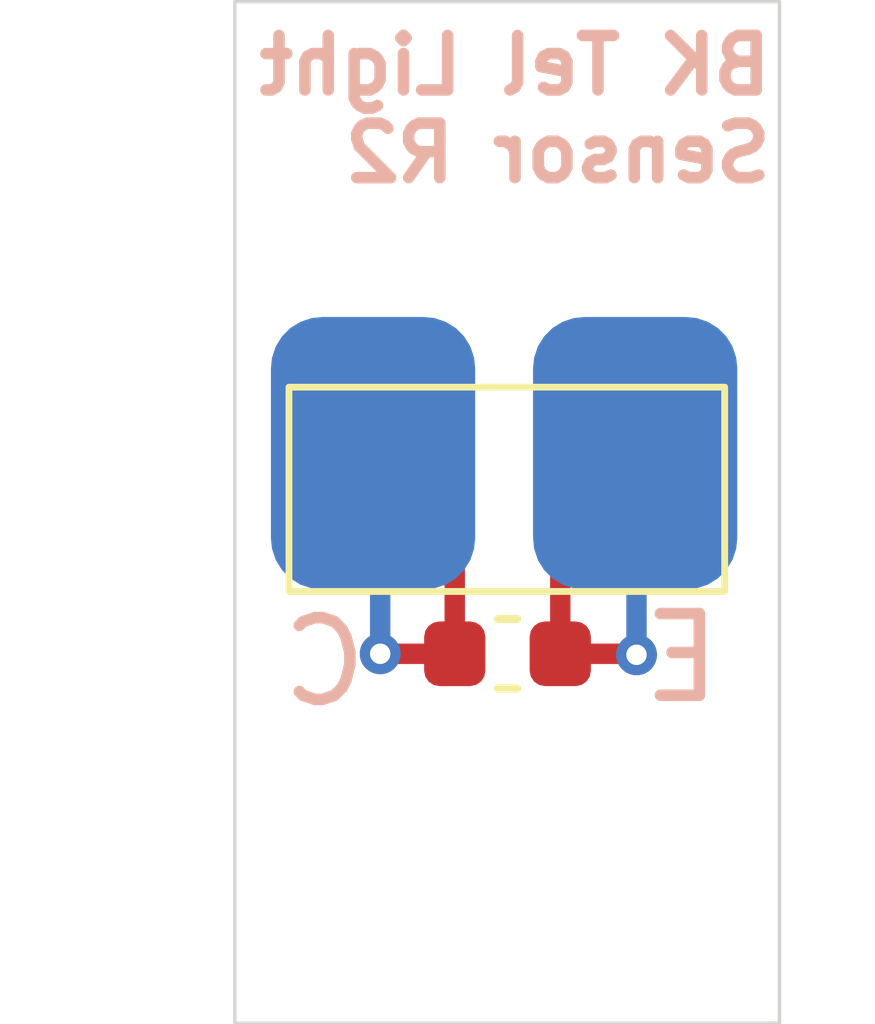
<source format=kicad_pcb>
(kicad_pcb (version 20241229) (generator "pcbnew") (generator_version "9.0")
  (layers (0 "F.Cu" signal) (2 "B.Cu" signal) (13 "F.Paste" user) (15 "B.Paste" user) (5 "F.SilkS" user "F.Silkscreen") (7 "B.SilkS" user "B.Silkscreen") (1 "F.Mask" user) (3 "B.Mask" user) (25 "Edge.Cuts" user))
  (net 0 "")
  (net 1 "/Emitter")
  (net 2 "/Collector")
  (footprint "My_Footprints:SFH-3410" (layer "F.Cu") (at 156.005 93.18)
    (property "Reference" "Q1" (hide yes))
    (property "Value" "Q_Photo_NPN_EC")
    (fp_rect (start -3.21 -1.52) (end 3.19 1.48) (stroke (width 0.1)) (fill no) (layer "F.SilkS"))
    (pad "1" smd roundrect (at 2.09 0.63) (size 2 1) (layers "F.Cu" "F.Mask" "F.Paste") (roundrect_rratio 0.15) (net 1 "/Emitter"))
    (pad "2" smd roundrect (at -2.11 -0.02) (size 2 1.3) (layers "F.Cu" "F.Mask" "F.Paste") (roundrect_rratio 0.15) (net 2 "/Collector"))
    (pad "3" smd roundrect (at 2.09 -0.67) (size 2 1) (layers "F.Cu" "F.Mask" "F.Paste") (roundrect_rratio 0.15))
  )
  (footprint "Capacitor_SMD:C_0603_1608Metric" (layer "F.Cu") (at 156.005 95.575)
    (property "Reference" "C1" (hide yes))
    (property "Value" "0.1uF")
    (fp_line (start -0.14058 -0.51) (end 0.14058 -0.51) (stroke (width 0.12)) (layer "F.SilkS"))
    (fp_line (start -0.14058 0.51) (end 0.14058 0.51) (stroke (width 0.12)) (layer "F.SilkS"))
    (pad "1" smd roundrect (at -0.775 0) (size 0.9 0.95) (layers "F.Cu" "F.Mask" "F.Paste") (net 2 "/Collector"))
    (pad "2" smd roundrect (at 0.775 0) (size 0.9 0.95) (layers "F.Cu" "F.Mask" "F.Paste") (net 1 "/Emitter"))
  )
  (footprint "My_Footprints:pad_smd_3x4" (layer "B.Cu") (at 158.08 92.63 90)
    (property "Reference" "J4" (hide yes))
    (property "Value" "Conn_01x01")
    (pad "1" smd roundrect (at 0 -0.2) (size 3 4) (layers "B.Cu" "B.Mask" "B.Paste") (net 1 "/Emitter"))
  )
  (footprint "My_Footprints:pad_smd_3x4" (layer "B.Cu") (at 154.23 92.63 90)
    (property "Reference" "J3" (hide yes))
    (property "Value" "Conn_01x01")
    (pad "1" smd roundrect (at 0 -0.2) (size 3 4) (layers "B.Cu" "B.Mask" "B.Paste") (net 2 "/Collector"))
  )
  (gr_rect (start 152 86) (end 160 101) (stroke (width 0.05)) (fill no) (layer "Edge.Cuts"))
  (gr_text "E" (at 159.22 96.34 0) (layer "B.SilkS") (effects (font (size 1.2 1.2) (thickness 0.17)) (justify left bottom mirror)))
  (gr_text "BK Tel Light\nSensor R2\n" (at 159.96 88.69 0) (layer "B.SilkS") (effects (font (size 0.8 0.8) (thickness 0.17)) (justify left bottom mirror)))
  (gr_text "C" (at 154.03 96.4 0) (layer "B.SilkS") (effects (font (size 1.2 1.2) (thickness 0.17)) (justify left bottom mirror)))
  (segment (start 156.78 95.575) (end 157.885 95.575) (width 0.3) (layer "F.Cu") (net 1))
  (segment (start 156.78 95.575) (end 156.78 93.945) (width 0.3) (layer "F.Cu") (net 1))
  (segment (start 156.78 93.945) (end 156.915 93.81) (width 0.3) (layer "F.Cu") (net 1))
  (segment (start 156.915 93.81) (end 158.095 93.81) (width 0.3) (layer "F.Cu") (net 1))
  (segment (start 157.885 95.575) (end 157.9 95.59) (width 0.3) (layer "F.Cu") (net 1))
  (via (at 157.9 95.59) (size 0.6) (drill 0.3) (layers "F.Cu" "B.Cu") (net 1))
  (segment (start 157.9 92.65) (end 157.88 92.63) (width 0.3) (layer "B.Cu") (net 1))
  (segment (start 157.9 95.59) (end 157.9 92.65) (width 0.3) (layer "B.Cu") (net 1))
  (segment (start 155.23 93.295) (end 155.095 93.16) (width 0.3) (layer "F.Cu") (net 2))
  (segment (start 153.895 93.16) (end 155.095 93.16) (width 0.3) (layer "F.Cu") (net 2))
  (segment (start 154.135 95.575) (end 155.23 95.575) (width 0.3) (layer "F.Cu") (net 2))
  (segment (start 155.23 95.575) (end 155.23 93.295) (width 0.3) (layer "F.Cu") (net 2))
  (via (at 154.135 95.575) (size 0.6) (drill 0.3) (layers "F.Cu" "B.Cu") (net 2))
  (segment (start 154.135 95.575) (end 154.135 92.735) (width 0.3) (layer "B.Cu") (net 2))
  (segment (start 154.135 95.575) (end 154.125 95.575) (width 0.3) (layer "B.Cu") (net 2))
  (segment (start 154.135 92.735) (end 154.03 92.63) (width 0.3) (layer "B.Cu") (net 2))
  (segment (start 154.125 95.575) (end 154.03 95.48) (width 0.3) (layer "B.Cu") (net 2))
)
</source>
